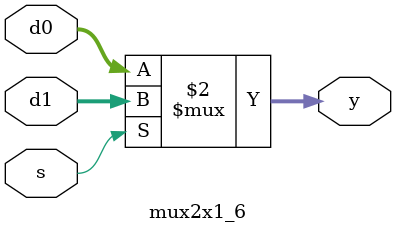
<source format=v>
module mux2x1_6 # (parameter WIDTH =19)
(input [WIDTH-1:0] d0, d1,
input s,
output [WIDTH-1:0] y);
assign y=(s==1'b0) ? d0 : d1;
endmodule
</source>
